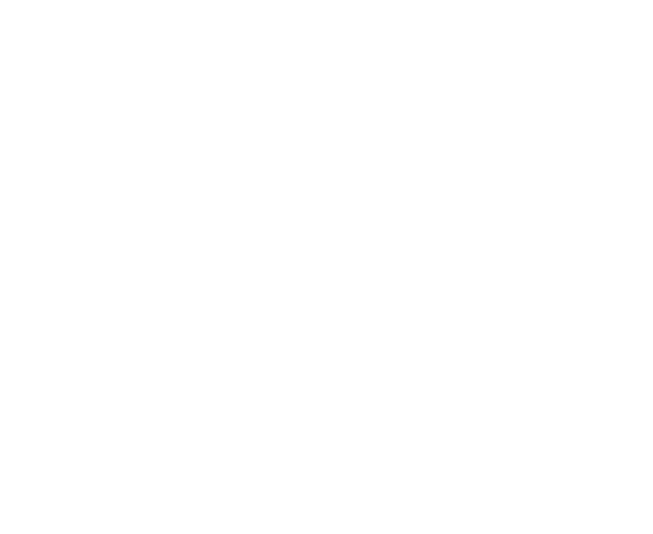
<source format=gbl>
G04 Layer: BottomLayer*
G04 EasyEDA Pro v1.7.27, 2022-09-03 12:31:21*
G04 Gerber Generator version 0.3*
G04 Scale: 100 percent, Rotated: No, Reflected: No*
G04 Dimensions in millimeters*
G04 Leading zeros omitted, absolute positions, 3 integers and 3 decimals*
%FSLAX33Y33*%
%MOMM*%
%ADD10C,0.00508*%
G75*


G04 Via Start*
G54D10*
G01X20826Y44625D03*
G01X27826Y44625D03*
G01X21826Y44625D03*
G01X22826Y44625D03*
G01X23826Y44625D03*
G01X24826Y44625D03*
G01X25826Y44625D03*
G01X26826Y44625D03*
G01X5826Y44625D03*
G01X6826Y44625D03*
G01X18826Y44625D03*
G01X19826Y44625D03*
G01X4826Y44625D03*
G01X7826Y44625D03*
G01X8826Y44625D03*
G01X9826Y44625D03*
G01X10826Y44625D03*
G01X12826Y44625D03*
G01X13826Y44625D03*
G01X11826Y44625D03*
G01X17826Y44625D03*
G01X14826Y44625D03*
G01X15826Y44625D03*
G01X16826Y44625D03*
G01X33300Y60897D03*
G01X33300Y61897D03*
G01X33300Y62897D03*
G01X33300Y63897D03*
G01X33300Y57897D03*
G01X33300Y49897D03*
G01X33300Y50897D03*
G01X33300Y51897D03*
G01X33300Y52897D03*
G01X33300Y53897D03*
G01X33300Y54897D03*
G01X33300Y55897D03*
G01X33300Y48897D03*
G01X33300Y47897D03*
G01X33300Y58897D03*
G01X33300Y56897D03*
G01X33300Y59897D03*
G01X33300Y64897D03*
G01X4699Y21809D03*
G01X5699Y21809D03*
G01X6699Y21809D03*
G01X7699Y21809D03*
G01X11699Y21809D03*
G01X12699Y21809D03*
G01X13699Y21809D03*
G01X14699Y21809D03*
G01X15699Y21809D03*
G01X8699Y21809D03*
G01X9699Y21809D03*
G01X10699Y21809D03*
G01X16699Y21809D03*
G01X17699Y21809D03*
G01X18699Y21809D03*
G01X24699Y21809D03*
G01X25699Y21809D03*
G01X26699Y21809D03*
G01X27699Y21809D03*
G01X19699Y21809D03*
G01X20699Y21809D03*
G01X21699Y21809D03*
G01X22699Y21809D03*
G01X23699Y21809D03*
G01X57403Y64897D03*
G01X57403Y62897D03*
G01X57403Y61897D03*
G01X57403Y63897D03*
G01X57403Y58897D03*
G01X57403Y60897D03*
G01X57403Y48897D03*
G01X57403Y56897D03*
G01X57403Y57897D03*
G01X57403Y55897D03*
G01X57403Y50897D03*
G01X57403Y49897D03*
G01X57403Y51897D03*
G01X57403Y54897D03*
G01X57403Y53897D03*
G01X57403Y52897D03*
G01X57403Y59897D03*
G01X57403Y47897D03*
G04 Via End*

M02*

</source>
